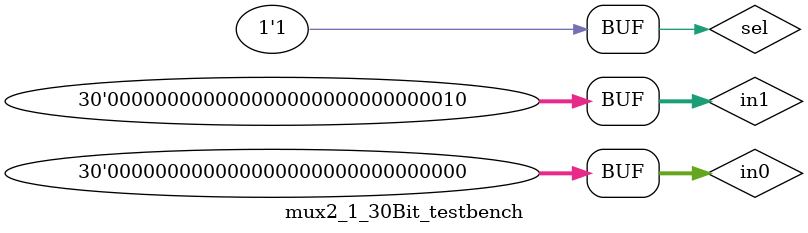
<source format=sv>
`timescale 1 ps / 100 fs

module mux2_1_30Bit #(parameter WIDTH=30) (out, in0, in1, sel);
	input [WIDTH-1:0] in0, in1;
	input sel;
	output [WIDTH-1:0]out;
	
	genvar i;
	
	generate
		for(i=0; i<WIDTH; i++) begin : eachDec
			mux2_1Bit mux0(.out(out[i]), .in0(in0[i]), .in1(in1[i]), .sel); 
		end
	endgenerate
	
endmodule 

module mux2_1_30Bit_testbench();
	reg [29:0] in0, in1;
	reg sel;
	wire [29:0]out;
	
	mux2_1_30Bit dut (.out, .in0, .in1, .sel);
	
	initial begin
		in0=32; in1=210; 
		sel = 0; #1000;
		sel = 1; #1000;
		in0=0; in1=2; 
		sel = 0; #1000;
		sel = 1; #1000;
			
	end
endmodule 
	
</source>
